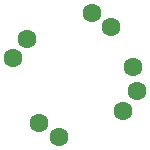
<source format=gtl>
%TF.GenerationSoftware,KiCad,Pcbnew,7.0.5*%
%TF.CreationDate,2023-06-18T14:48:43+02:00*%
%TF.ProjectId,LH_RKJXM1015004_thumb,4c485f52-4b4a-4584-9d31-303135303034,rev?*%
%TF.SameCoordinates,Original*%
%TF.FileFunction,Copper,L1,Top*%
%TF.FilePolarity,Positive*%
%FSLAX46Y46*%
G04 Gerber Fmt 4.6, Leading zero omitted, Abs format (unit mm)*
G04 Created by KiCad (PCBNEW 7.0.5) date 2023-06-18 14:48:43*
%MOMM*%
%LPD*%
G01*
G04 APERTURE LIST*
%TA.AperFunction,ComponentPad*%
%ADD10C,1.600000*%
%TD*%
G04 APERTURE END LIST*
D10*
X80908109Y-37849641D03*
X81259342Y-39900649D03*
X74599351Y-43759342D03*
X70740658Y-37099351D03*
X77400649Y-33240658D03*
X72966385Y-42537286D03*
X71962714Y-35466385D03*
X79033615Y-34462714D03*
X80037286Y-41533615D03*
M02*

</source>
